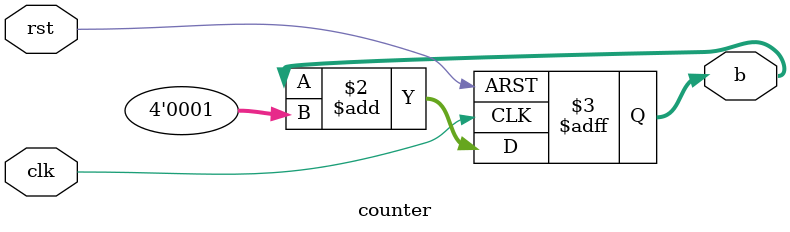
<source format=v>
`timescale 1ns / 1ps


module counter(rst, clk,b);
    input  rst, clk;
    output [3:0]b;
    reg [3:0]b;
    reg[3:0]b_tmp;
    
    
always@(posedge clk or posedge rst)
    if(rst) 
      b<=4'd0;
    else 
      b<=b + 4'd1;     
    
endmodule

</source>
